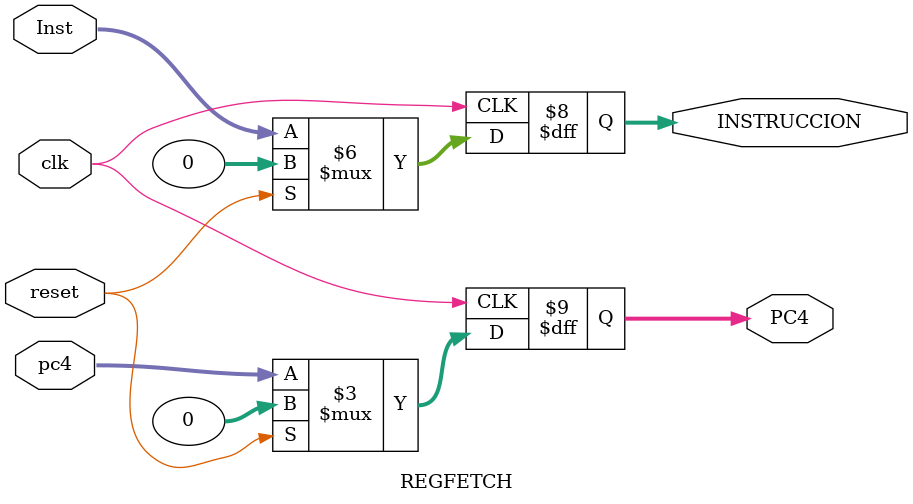
<source format=sv>
module REGFETCH( input logic [31:0] Inst, pc4,
					  input logic clk, reset,
					  output logic [31:0] INSTRUCCION, PC4);
always_ff @(posedge clk) begin
if (reset) begin
INSTRUCCION <= 32'b0;
PC4 <= 32'b0;

end
else begin
INSTRUCCION <= Inst;
PC4 <= pc4;
end
end					 
endmodule
</source>
